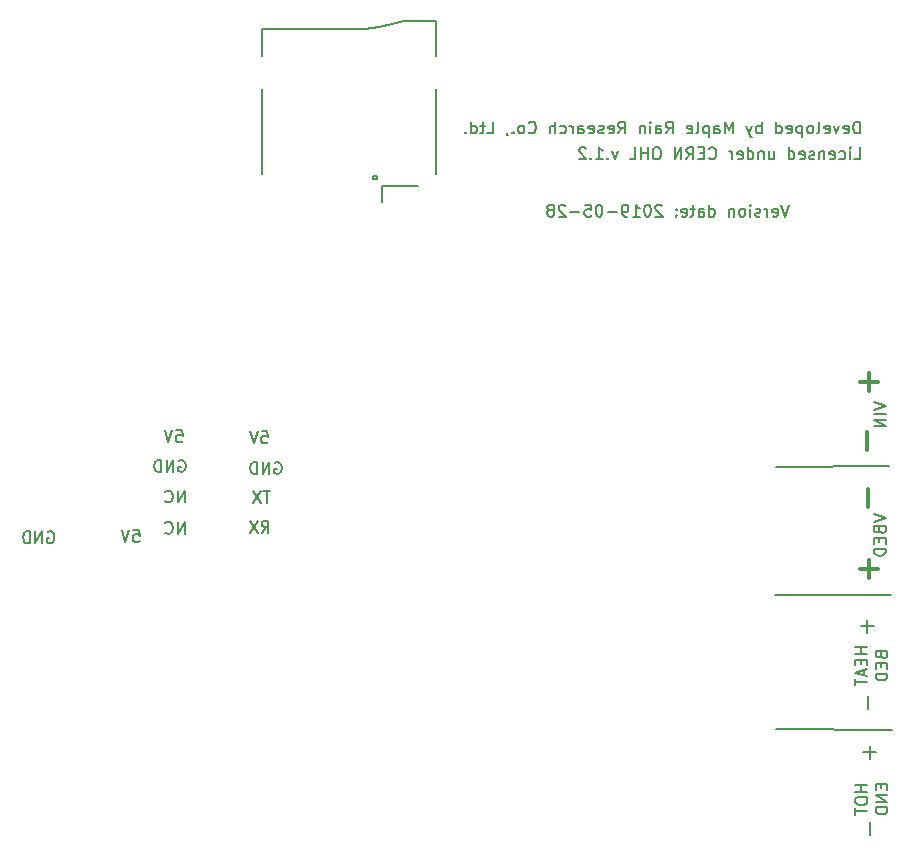
<source format=gbo>
G04 #@! TF.GenerationSoftware,KiCad,Pcbnew,5.0.2-bee76a0~70~ubuntu18.04.1*
G04 #@! TF.CreationDate,2019-05-30T11:23:20+09:00*
G04 #@! TF.ProjectId,MRR_ESPE,4d52525f-4553-4504-952e-6b696361645f,v0.1*
G04 #@! TF.SameCoordinates,Original*
G04 #@! TF.FileFunction,Legend,Bot*
G04 #@! TF.FilePolarity,Positive*
%FSLAX46Y46*%
G04 Gerber Fmt 4.6, Leading zero omitted, Abs format (unit mm)*
G04 Created by KiCad (PCBNEW 5.0.2-bee76a0~70~ubuntu18.04.1) date Thu 30 May 2019 11:23:20 AM JST*
%MOMM*%
%LPD*%
G01*
G04 APERTURE LIST*
%ADD10C,0.200000*%
%ADD11C,0.300000*%
%ADD12C,0.150000*%
G04 APERTURE END LIST*
D10*
X72661904Y-80450000D02*
X72757142Y-80402380D01*
X72900000Y-80402380D01*
X73042857Y-80450000D01*
X73138095Y-80545238D01*
X73185714Y-80640476D01*
X73233333Y-80830952D01*
X73233333Y-80973809D01*
X73185714Y-81164285D01*
X73138095Y-81259523D01*
X73042857Y-81354761D01*
X72900000Y-81402380D01*
X72804761Y-81402380D01*
X72661904Y-81354761D01*
X72614285Y-81307142D01*
X72614285Y-80973809D01*
X72804761Y-80973809D01*
X72185714Y-81402380D02*
X72185714Y-80402380D01*
X71614285Y-81402380D01*
X71614285Y-80402380D01*
X71138095Y-81402380D02*
X71138095Y-80402380D01*
X70900000Y-80402380D01*
X70757142Y-80450000D01*
X70661904Y-80545238D01*
X70614285Y-80640476D01*
X70566666Y-80830952D01*
X70566666Y-80973809D01*
X70614285Y-81164285D01*
X70661904Y-81259523D01*
X70757142Y-81354761D01*
X70900000Y-81402380D01*
X71138095Y-81402380D01*
X79910476Y-80272380D02*
X80386666Y-80272380D01*
X80434285Y-80748571D01*
X80386666Y-80700952D01*
X80291428Y-80653333D01*
X80053333Y-80653333D01*
X79958095Y-80700952D01*
X79910476Y-80748571D01*
X79862857Y-80843809D01*
X79862857Y-81081904D01*
X79910476Y-81177142D01*
X79958095Y-81224761D01*
X80053333Y-81272380D01*
X80291428Y-81272380D01*
X80386666Y-81224761D01*
X80434285Y-81177142D01*
X79577142Y-80272380D02*
X79243809Y-81272380D01*
X78910476Y-80272380D01*
X144150000Y-97200000D02*
X134300000Y-97150000D01*
X144050000Y-85750000D02*
X134200000Y-85750000D01*
X143900000Y-74900000D02*
X134350000Y-74950000D01*
X142052380Y-101859523D02*
X141052380Y-101859523D01*
X141528571Y-101859523D02*
X141528571Y-102430952D01*
X142052380Y-102430952D02*
X141052380Y-102430952D01*
X141052380Y-103097619D02*
X141052380Y-103288095D01*
X141100000Y-103383333D01*
X141195238Y-103478571D01*
X141385714Y-103526190D01*
X141719047Y-103526190D01*
X141909523Y-103478571D01*
X142004761Y-103383333D01*
X142052380Y-103288095D01*
X142052380Y-103097619D01*
X142004761Y-103002380D01*
X141909523Y-102907142D01*
X141719047Y-102859523D01*
X141385714Y-102859523D01*
X141195238Y-102907142D01*
X141100000Y-103002380D01*
X141052380Y-103097619D01*
X141052380Y-103811904D02*
X141052380Y-104383333D01*
X142052380Y-104097619D02*
X141052380Y-104097619D01*
X143228571Y-101811904D02*
X143228571Y-102145238D01*
X143752380Y-102288095D02*
X143752380Y-101811904D01*
X142752380Y-101811904D01*
X142752380Y-102288095D01*
X143752380Y-102716666D02*
X142752380Y-102716666D01*
X143752380Y-103288095D01*
X142752380Y-103288095D01*
X143752380Y-103764285D02*
X142752380Y-103764285D01*
X142752380Y-104002380D01*
X142800000Y-104145238D01*
X142895238Y-104240476D01*
X142990476Y-104288095D01*
X143180952Y-104335714D01*
X143323809Y-104335714D01*
X143514285Y-104288095D01*
X143609523Y-104240476D01*
X143704761Y-104145238D01*
X143752380Y-104002380D01*
X143752380Y-103764285D01*
X142052380Y-90202380D02*
X141052380Y-90202380D01*
X141528571Y-90202380D02*
X141528571Y-90773809D01*
X142052380Y-90773809D02*
X141052380Y-90773809D01*
X141528571Y-91250000D02*
X141528571Y-91583333D01*
X142052380Y-91726190D02*
X142052380Y-91250000D01*
X141052380Y-91250000D01*
X141052380Y-91726190D01*
X141766666Y-92107142D02*
X141766666Y-92583333D01*
X142052380Y-92011904D02*
X141052380Y-92345238D01*
X142052380Y-92678571D01*
X141052380Y-92869047D02*
X141052380Y-93440476D01*
X142052380Y-93154761D02*
X141052380Y-93154761D01*
X143228571Y-90869047D02*
X143276190Y-91011904D01*
X143323809Y-91059523D01*
X143419047Y-91107142D01*
X143561904Y-91107142D01*
X143657142Y-91059523D01*
X143704761Y-91011904D01*
X143752380Y-90916666D01*
X143752380Y-90535714D01*
X142752380Y-90535714D01*
X142752380Y-90869047D01*
X142800000Y-90964285D01*
X142847619Y-91011904D01*
X142942857Y-91059523D01*
X143038095Y-91059523D01*
X143133333Y-91011904D01*
X143180952Y-90964285D01*
X143228571Y-90869047D01*
X143228571Y-90535714D01*
X143228571Y-91535714D02*
X143228571Y-91869047D01*
X143752380Y-92011904D02*
X143752380Y-91535714D01*
X142752380Y-91535714D01*
X142752380Y-92011904D01*
X143752380Y-92440476D02*
X142752380Y-92440476D01*
X142752380Y-92678571D01*
X142800000Y-92821428D01*
X142895238Y-92916666D01*
X142990476Y-92964285D01*
X143180952Y-93011904D01*
X143323809Y-93011904D01*
X143514285Y-92964285D01*
X143609523Y-92916666D01*
X143704761Y-92821428D01*
X143752380Y-92678571D01*
X143752380Y-92440476D01*
X142602380Y-78964285D02*
X143602380Y-79297619D01*
X142602380Y-79630952D01*
X143078571Y-80297619D02*
X143126190Y-80440476D01*
X143173809Y-80488095D01*
X143269047Y-80535714D01*
X143411904Y-80535714D01*
X143507142Y-80488095D01*
X143554761Y-80440476D01*
X143602380Y-80345238D01*
X143602380Y-79964285D01*
X142602380Y-79964285D01*
X142602380Y-80297619D01*
X142650000Y-80392857D01*
X142697619Y-80440476D01*
X142792857Y-80488095D01*
X142888095Y-80488095D01*
X142983333Y-80440476D01*
X143030952Y-80392857D01*
X143078571Y-80297619D01*
X143078571Y-79964285D01*
X143078571Y-80964285D02*
X143078571Y-81297619D01*
X143602380Y-81440476D02*
X143602380Y-80964285D01*
X142602380Y-80964285D01*
X142602380Y-81440476D01*
X143602380Y-81869047D02*
X142602380Y-81869047D01*
X142602380Y-82107142D01*
X142650000Y-82250000D01*
X142745238Y-82345238D01*
X142840476Y-82392857D01*
X143030952Y-82440476D01*
X143173809Y-82440476D01*
X143364285Y-82392857D01*
X143459523Y-82345238D01*
X143554761Y-82250000D01*
X143602380Y-82107142D01*
X143602380Y-81869047D01*
X142602380Y-69454761D02*
X143602380Y-69788095D01*
X142602380Y-70121428D01*
X143602380Y-70454761D02*
X142602380Y-70454761D01*
X143602380Y-70930952D02*
X142602380Y-70930952D01*
X143602380Y-71502380D01*
X142602380Y-71502380D01*
X142317142Y-106136428D02*
X142317142Y-104993571D01*
X142242142Y-99686428D02*
X142242142Y-98543571D01*
X142813571Y-99115000D02*
X141670714Y-99115000D01*
X142057142Y-89006428D02*
X142057142Y-87863571D01*
X142628571Y-88435000D02*
X141485714Y-88435000D01*
X142132142Y-95456428D02*
X142132142Y-94313571D01*
D11*
X141398095Y-67722857D02*
X142921904Y-67722857D01*
X142160000Y-68484761D02*
X142160000Y-66960952D01*
X142052857Y-73541904D02*
X142052857Y-72018095D01*
X141438095Y-83612857D02*
X142961904Y-83612857D01*
X142200000Y-84374761D02*
X142200000Y-82850952D01*
X142082857Y-78331904D02*
X142082857Y-76808095D01*
D10*
X135437714Y-52746380D02*
X135104380Y-53746380D01*
X134771047Y-52746380D01*
X134056761Y-53698761D02*
X134152000Y-53746380D01*
X134342476Y-53746380D01*
X134437714Y-53698761D01*
X134485333Y-53603523D01*
X134485333Y-53222571D01*
X134437714Y-53127333D01*
X134342476Y-53079714D01*
X134152000Y-53079714D01*
X134056761Y-53127333D01*
X134009142Y-53222571D01*
X134009142Y-53317809D01*
X134485333Y-53413047D01*
X133580571Y-53746380D02*
X133580571Y-53079714D01*
X133580571Y-53270190D02*
X133532952Y-53174952D01*
X133485333Y-53127333D01*
X133390095Y-53079714D01*
X133294857Y-53079714D01*
X133009142Y-53698761D02*
X132913904Y-53746380D01*
X132723428Y-53746380D01*
X132628190Y-53698761D01*
X132580571Y-53603523D01*
X132580571Y-53555904D01*
X132628190Y-53460666D01*
X132723428Y-53413047D01*
X132866285Y-53413047D01*
X132961523Y-53365428D01*
X133009142Y-53270190D01*
X133009142Y-53222571D01*
X132961523Y-53127333D01*
X132866285Y-53079714D01*
X132723428Y-53079714D01*
X132628190Y-53127333D01*
X132151999Y-53746380D02*
X132151999Y-53079714D01*
X132151999Y-52746380D02*
X132199619Y-52794000D01*
X132151999Y-52841619D01*
X132104380Y-52794000D01*
X132151999Y-52746380D01*
X132151999Y-52841619D01*
X131532952Y-53746380D02*
X131628190Y-53698761D01*
X131675809Y-53651142D01*
X131723428Y-53555904D01*
X131723428Y-53270190D01*
X131675809Y-53174952D01*
X131628190Y-53127333D01*
X131532952Y-53079714D01*
X131390095Y-53079714D01*
X131294857Y-53127333D01*
X131247238Y-53174952D01*
X131199619Y-53270190D01*
X131199619Y-53555904D01*
X131247238Y-53651142D01*
X131294857Y-53698761D01*
X131390095Y-53746380D01*
X131532952Y-53746380D01*
X130771047Y-53079714D02*
X130771047Y-53746380D01*
X130771047Y-53174952D02*
X130723428Y-53127333D01*
X130628190Y-53079714D01*
X130485333Y-53079714D01*
X130390095Y-53127333D01*
X130342476Y-53222571D01*
X130342476Y-53746380D01*
X128675809Y-53746380D02*
X128675809Y-52746380D01*
X128675809Y-53698761D02*
X128771047Y-53746380D01*
X128961523Y-53746380D01*
X129056761Y-53698761D01*
X129104380Y-53651142D01*
X129151999Y-53555904D01*
X129151999Y-53270190D01*
X129104380Y-53174952D01*
X129056761Y-53127333D01*
X128961523Y-53079714D01*
X128771047Y-53079714D01*
X128675809Y-53127333D01*
X127771047Y-53746380D02*
X127771047Y-53222571D01*
X127818666Y-53127333D01*
X127913904Y-53079714D01*
X128104380Y-53079714D01*
X128199619Y-53127333D01*
X127771047Y-53698761D02*
X127866285Y-53746380D01*
X128104380Y-53746380D01*
X128199619Y-53698761D01*
X128247238Y-53603523D01*
X128247238Y-53508285D01*
X128199619Y-53413047D01*
X128104380Y-53365428D01*
X127866285Y-53365428D01*
X127771047Y-53317809D01*
X127437714Y-53079714D02*
X127056761Y-53079714D01*
X127294857Y-52746380D02*
X127294857Y-53603523D01*
X127247238Y-53698761D01*
X127151999Y-53746380D01*
X127056761Y-53746380D01*
X126342476Y-53698761D02*
X126437714Y-53746380D01*
X126628190Y-53746380D01*
X126723428Y-53698761D01*
X126771047Y-53603523D01*
X126771047Y-53222571D01*
X126723428Y-53127333D01*
X126628190Y-53079714D01*
X126437714Y-53079714D01*
X126342476Y-53127333D01*
X126294857Y-53222571D01*
X126294857Y-53317809D01*
X126771047Y-53413047D01*
X125866285Y-53651142D02*
X125818666Y-53698761D01*
X125866285Y-53746380D01*
X125913904Y-53698761D01*
X125866285Y-53651142D01*
X125866285Y-53746380D01*
X125866285Y-53127333D02*
X125818666Y-53174952D01*
X125866285Y-53222571D01*
X125913904Y-53174952D01*
X125866285Y-53127333D01*
X125866285Y-53222571D01*
X124675809Y-52841619D02*
X124628190Y-52794000D01*
X124532952Y-52746380D01*
X124294857Y-52746380D01*
X124199619Y-52794000D01*
X124151999Y-52841619D01*
X124104380Y-52936857D01*
X124104380Y-53032095D01*
X124151999Y-53174952D01*
X124723428Y-53746380D01*
X124104380Y-53746380D01*
X123485333Y-52746380D02*
X123390095Y-52746380D01*
X123294857Y-52794000D01*
X123247238Y-52841619D01*
X123199619Y-52936857D01*
X123151999Y-53127333D01*
X123151999Y-53365428D01*
X123199619Y-53555904D01*
X123247238Y-53651142D01*
X123294857Y-53698761D01*
X123390095Y-53746380D01*
X123485333Y-53746380D01*
X123580571Y-53698761D01*
X123628190Y-53651142D01*
X123675809Y-53555904D01*
X123723428Y-53365428D01*
X123723428Y-53127333D01*
X123675809Y-52936857D01*
X123628190Y-52841619D01*
X123580571Y-52794000D01*
X123485333Y-52746380D01*
X122199619Y-53746380D02*
X122771047Y-53746380D01*
X122485333Y-53746380D02*
X122485333Y-52746380D01*
X122580571Y-52889238D01*
X122675809Y-52984476D01*
X122771047Y-53032095D01*
X121723428Y-53746380D02*
X121532952Y-53746380D01*
X121437714Y-53698761D01*
X121390095Y-53651142D01*
X121294857Y-53508285D01*
X121247238Y-53317809D01*
X121247238Y-52936857D01*
X121294857Y-52841619D01*
X121342476Y-52794000D01*
X121437714Y-52746380D01*
X121628190Y-52746380D01*
X121723428Y-52794000D01*
X121771047Y-52841619D01*
X121818666Y-52936857D01*
X121818666Y-53174952D01*
X121771047Y-53270190D01*
X121723428Y-53317809D01*
X121628190Y-53365428D01*
X121437714Y-53365428D01*
X121342476Y-53317809D01*
X121294857Y-53270190D01*
X121247238Y-53174952D01*
X120818666Y-53365428D02*
X120056761Y-53365428D01*
X119390095Y-52746380D02*
X119294857Y-52746380D01*
X119199619Y-52794000D01*
X119151999Y-52841619D01*
X119104380Y-52936857D01*
X119056761Y-53127333D01*
X119056761Y-53365428D01*
X119104380Y-53555904D01*
X119151999Y-53651142D01*
X119199619Y-53698761D01*
X119294857Y-53746380D01*
X119390095Y-53746380D01*
X119485333Y-53698761D01*
X119532952Y-53651142D01*
X119580571Y-53555904D01*
X119628190Y-53365428D01*
X119628190Y-53127333D01*
X119580571Y-52936857D01*
X119532952Y-52841619D01*
X119485333Y-52794000D01*
X119390095Y-52746380D01*
X118151999Y-52746380D02*
X118628190Y-52746380D01*
X118675809Y-53222571D01*
X118628190Y-53174952D01*
X118532952Y-53127333D01*
X118294857Y-53127333D01*
X118199619Y-53174952D01*
X118151999Y-53222571D01*
X118104380Y-53317809D01*
X118104380Y-53555904D01*
X118151999Y-53651142D01*
X118199619Y-53698761D01*
X118294857Y-53746380D01*
X118532952Y-53746380D01*
X118628190Y-53698761D01*
X118675809Y-53651142D01*
X117675809Y-53365428D02*
X116913904Y-53365428D01*
X116485333Y-52841619D02*
X116437714Y-52794000D01*
X116342476Y-52746380D01*
X116104380Y-52746380D01*
X116009142Y-52794000D01*
X115961523Y-52841619D01*
X115913904Y-52936857D01*
X115913904Y-53032095D01*
X115961523Y-53174952D01*
X116532952Y-53746380D01*
X115913904Y-53746380D01*
X115342476Y-53174952D02*
X115437714Y-53127333D01*
X115485333Y-53079714D01*
X115532952Y-52984476D01*
X115532952Y-52936857D01*
X115485333Y-52841619D01*
X115437714Y-52794000D01*
X115342476Y-52746380D01*
X115151999Y-52746380D01*
X115056761Y-52794000D01*
X115009142Y-52841619D01*
X114961523Y-52936857D01*
X114961523Y-52984476D01*
X115009142Y-53079714D01*
X115056761Y-53127333D01*
X115151999Y-53174952D01*
X115342476Y-53174952D01*
X115437714Y-53222571D01*
X115485333Y-53270190D01*
X115532952Y-53365428D01*
X115532952Y-53555904D01*
X115485333Y-53651142D01*
X115437714Y-53698761D01*
X115342476Y-53746380D01*
X115151999Y-53746380D01*
X115056761Y-53698761D01*
X115009142Y-53651142D01*
X114961523Y-53555904D01*
X114961523Y-53365428D01*
X115009142Y-53270190D01*
X115056761Y-53222571D01*
X115151999Y-53174952D01*
X141432476Y-46706380D02*
X141432476Y-45706380D01*
X141194380Y-45706380D01*
X141051523Y-45754000D01*
X140956285Y-45849238D01*
X140908666Y-45944476D01*
X140861047Y-46134952D01*
X140861047Y-46277809D01*
X140908666Y-46468285D01*
X140956285Y-46563523D01*
X141051523Y-46658761D01*
X141194380Y-46706380D01*
X141432476Y-46706380D01*
X140051523Y-46658761D02*
X140146761Y-46706380D01*
X140337238Y-46706380D01*
X140432476Y-46658761D01*
X140480095Y-46563523D01*
X140480095Y-46182571D01*
X140432476Y-46087333D01*
X140337238Y-46039714D01*
X140146761Y-46039714D01*
X140051523Y-46087333D01*
X140003904Y-46182571D01*
X140003904Y-46277809D01*
X140480095Y-46373047D01*
X139670571Y-46039714D02*
X139432476Y-46706380D01*
X139194380Y-46039714D01*
X138432476Y-46658761D02*
X138527714Y-46706380D01*
X138718190Y-46706380D01*
X138813428Y-46658761D01*
X138861047Y-46563523D01*
X138861047Y-46182571D01*
X138813428Y-46087333D01*
X138718190Y-46039714D01*
X138527714Y-46039714D01*
X138432476Y-46087333D01*
X138384857Y-46182571D01*
X138384857Y-46277809D01*
X138861047Y-46373047D01*
X137813428Y-46706380D02*
X137908666Y-46658761D01*
X137956285Y-46563523D01*
X137956285Y-45706380D01*
X137289619Y-46706380D02*
X137384857Y-46658761D01*
X137432476Y-46611142D01*
X137480095Y-46515904D01*
X137480095Y-46230190D01*
X137432476Y-46134952D01*
X137384857Y-46087333D01*
X137289619Y-46039714D01*
X137146761Y-46039714D01*
X137051523Y-46087333D01*
X137003904Y-46134952D01*
X136956285Y-46230190D01*
X136956285Y-46515904D01*
X137003904Y-46611142D01*
X137051523Y-46658761D01*
X137146761Y-46706380D01*
X137289619Y-46706380D01*
X136527714Y-46039714D02*
X136527714Y-47039714D01*
X136527714Y-46087333D02*
X136432476Y-46039714D01*
X136242000Y-46039714D01*
X136146761Y-46087333D01*
X136099142Y-46134952D01*
X136051523Y-46230190D01*
X136051523Y-46515904D01*
X136099142Y-46611142D01*
X136146761Y-46658761D01*
X136242000Y-46706380D01*
X136432476Y-46706380D01*
X136527714Y-46658761D01*
X135242000Y-46658761D02*
X135337238Y-46706380D01*
X135527714Y-46706380D01*
X135622952Y-46658761D01*
X135670571Y-46563523D01*
X135670571Y-46182571D01*
X135622952Y-46087333D01*
X135527714Y-46039714D01*
X135337238Y-46039714D01*
X135242000Y-46087333D01*
X135194380Y-46182571D01*
X135194380Y-46277809D01*
X135670571Y-46373047D01*
X134337238Y-46706380D02*
X134337238Y-45706380D01*
X134337238Y-46658761D02*
X134432476Y-46706380D01*
X134622952Y-46706380D01*
X134718190Y-46658761D01*
X134765809Y-46611142D01*
X134813428Y-46515904D01*
X134813428Y-46230190D01*
X134765809Y-46134952D01*
X134718190Y-46087333D01*
X134622952Y-46039714D01*
X134432476Y-46039714D01*
X134337238Y-46087333D01*
X133099142Y-46706380D02*
X133099142Y-45706380D01*
X133099142Y-46087333D02*
X133003904Y-46039714D01*
X132813428Y-46039714D01*
X132718190Y-46087333D01*
X132670571Y-46134952D01*
X132622952Y-46230190D01*
X132622952Y-46515904D01*
X132670571Y-46611142D01*
X132718190Y-46658761D01*
X132813428Y-46706380D01*
X133003904Y-46706380D01*
X133099142Y-46658761D01*
X132289619Y-46039714D02*
X132051523Y-46706380D01*
X131813428Y-46039714D02*
X132051523Y-46706380D01*
X132146761Y-46944476D01*
X132194380Y-46992095D01*
X132289619Y-47039714D01*
X130670571Y-46706380D02*
X130670571Y-45706380D01*
X130337238Y-46420666D01*
X130003904Y-45706380D01*
X130003904Y-46706380D01*
X129099142Y-46706380D02*
X129099142Y-46182571D01*
X129146761Y-46087333D01*
X129242000Y-46039714D01*
X129432476Y-46039714D01*
X129527714Y-46087333D01*
X129099142Y-46658761D02*
X129194380Y-46706380D01*
X129432476Y-46706380D01*
X129527714Y-46658761D01*
X129575333Y-46563523D01*
X129575333Y-46468285D01*
X129527714Y-46373047D01*
X129432476Y-46325428D01*
X129194380Y-46325428D01*
X129099142Y-46277809D01*
X128622952Y-46039714D02*
X128622952Y-47039714D01*
X128622952Y-46087333D02*
X128527714Y-46039714D01*
X128337238Y-46039714D01*
X128242000Y-46087333D01*
X128194380Y-46134952D01*
X128146761Y-46230190D01*
X128146761Y-46515904D01*
X128194380Y-46611142D01*
X128242000Y-46658761D01*
X128337238Y-46706380D01*
X128527714Y-46706380D01*
X128622952Y-46658761D01*
X127575333Y-46706380D02*
X127670571Y-46658761D01*
X127718190Y-46563523D01*
X127718190Y-45706380D01*
X126813428Y-46658761D02*
X126908666Y-46706380D01*
X127099142Y-46706380D01*
X127194380Y-46658761D01*
X127242000Y-46563523D01*
X127242000Y-46182571D01*
X127194380Y-46087333D01*
X127099142Y-46039714D01*
X126908666Y-46039714D01*
X126813428Y-46087333D01*
X126765809Y-46182571D01*
X126765809Y-46277809D01*
X127242000Y-46373047D01*
X125003904Y-46706380D02*
X125337238Y-46230190D01*
X125575333Y-46706380D02*
X125575333Y-45706380D01*
X125194380Y-45706380D01*
X125099142Y-45754000D01*
X125051523Y-45801619D01*
X125003904Y-45896857D01*
X125003904Y-46039714D01*
X125051523Y-46134952D01*
X125099142Y-46182571D01*
X125194380Y-46230190D01*
X125575333Y-46230190D01*
X124146761Y-46706380D02*
X124146761Y-46182571D01*
X124194380Y-46087333D01*
X124289619Y-46039714D01*
X124480095Y-46039714D01*
X124575333Y-46087333D01*
X124146761Y-46658761D02*
X124242000Y-46706380D01*
X124480095Y-46706380D01*
X124575333Y-46658761D01*
X124622952Y-46563523D01*
X124622952Y-46468285D01*
X124575333Y-46373047D01*
X124480095Y-46325428D01*
X124242000Y-46325428D01*
X124146761Y-46277809D01*
X123670571Y-46706380D02*
X123670571Y-46039714D01*
X123670571Y-45706380D02*
X123718190Y-45754000D01*
X123670571Y-45801619D01*
X123622952Y-45754000D01*
X123670571Y-45706380D01*
X123670571Y-45801619D01*
X123194380Y-46039714D02*
X123194380Y-46706380D01*
X123194380Y-46134952D02*
X123146761Y-46087333D01*
X123051523Y-46039714D01*
X122908666Y-46039714D01*
X122813428Y-46087333D01*
X122765809Y-46182571D01*
X122765809Y-46706380D01*
X120956285Y-46706380D02*
X121289619Y-46230190D01*
X121527714Y-46706380D02*
X121527714Y-45706380D01*
X121146761Y-45706380D01*
X121051523Y-45754000D01*
X121003904Y-45801619D01*
X120956285Y-45896857D01*
X120956285Y-46039714D01*
X121003904Y-46134952D01*
X121051523Y-46182571D01*
X121146761Y-46230190D01*
X121527714Y-46230190D01*
X120146761Y-46658761D02*
X120242000Y-46706380D01*
X120432476Y-46706380D01*
X120527714Y-46658761D01*
X120575333Y-46563523D01*
X120575333Y-46182571D01*
X120527714Y-46087333D01*
X120432476Y-46039714D01*
X120242000Y-46039714D01*
X120146761Y-46087333D01*
X120099142Y-46182571D01*
X120099142Y-46277809D01*
X120575333Y-46373047D01*
X119718190Y-46658761D02*
X119622952Y-46706380D01*
X119432476Y-46706380D01*
X119337238Y-46658761D01*
X119289619Y-46563523D01*
X119289619Y-46515904D01*
X119337238Y-46420666D01*
X119432476Y-46373047D01*
X119575333Y-46373047D01*
X119670571Y-46325428D01*
X119718190Y-46230190D01*
X119718190Y-46182571D01*
X119670571Y-46087333D01*
X119575333Y-46039714D01*
X119432476Y-46039714D01*
X119337238Y-46087333D01*
X118480095Y-46658761D02*
X118575333Y-46706380D01*
X118765809Y-46706380D01*
X118861047Y-46658761D01*
X118908666Y-46563523D01*
X118908666Y-46182571D01*
X118861047Y-46087333D01*
X118765809Y-46039714D01*
X118575333Y-46039714D01*
X118480095Y-46087333D01*
X118432476Y-46182571D01*
X118432476Y-46277809D01*
X118908666Y-46373047D01*
X117575333Y-46706380D02*
X117575333Y-46182571D01*
X117622952Y-46087333D01*
X117718190Y-46039714D01*
X117908666Y-46039714D01*
X118003904Y-46087333D01*
X117575333Y-46658761D02*
X117670571Y-46706380D01*
X117908666Y-46706380D01*
X118003904Y-46658761D01*
X118051523Y-46563523D01*
X118051523Y-46468285D01*
X118003904Y-46373047D01*
X117908666Y-46325428D01*
X117670571Y-46325428D01*
X117575333Y-46277809D01*
X117099142Y-46706380D02*
X117099142Y-46039714D01*
X117099142Y-46230190D02*
X117051523Y-46134952D01*
X117003904Y-46087333D01*
X116908666Y-46039714D01*
X116813428Y-46039714D01*
X116051523Y-46658761D02*
X116146761Y-46706380D01*
X116337238Y-46706380D01*
X116432476Y-46658761D01*
X116480095Y-46611142D01*
X116527714Y-46515904D01*
X116527714Y-46230190D01*
X116480095Y-46134952D01*
X116432476Y-46087333D01*
X116337238Y-46039714D01*
X116146761Y-46039714D01*
X116051523Y-46087333D01*
X115622952Y-46706380D02*
X115622952Y-45706380D01*
X115194380Y-46706380D02*
X115194380Y-46182571D01*
X115242000Y-46087333D01*
X115337238Y-46039714D01*
X115480095Y-46039714D01*
X115575333Y-46087333D01*
X115622952Y-46134952D01*
X113384857Y-46611142D02*
X113432476Y-46658761D01*
X113575333Y-46706380D01*
X113670571Y-46706380D01*
X113813428Y-46658761D01*
X113908666Y-46563523D01*
X113956285Y-46468285D01*
X114003904Y-46277809D01*
X114003904Y-46134952D01*
X113956285Y-45944476D01*
X113908666Y-45849238D01*
X113813428Y-45754000D01*
X113670571Y-45706380D01*
X113575333Y-45706380D01*
X113432476Y-45754000D01*
X113384857Y-45801619D01*
X112813428Y-46706380D02*
X112908666Y-46658761D01*
X112956285Y-46611142D01*
X113003904Y-46515904D01*
X113003904Y-46230190D01*
X112956285Y-46134952D01*
X112908666Y-46087333D01*
X112813428Y-46039714D01*
X112670571Y-46039714D01*
X112575333Y-46087333D01*
X112527714Y-46134952D01*
X112480095Y-46230190D01*
X112480095Y-46515904D01*
X112527714Y-46611142D01*
X112575333Y-46658761D01*
X112670571Y-46706380D01*
X112813428Y-46706380D01*
X112051523Y-46611142D02*
X112003904Y-46658761D01*
X112051523Y-46706380D01*
X112099142Y-46658761D01*
X112051523Y-46611142D01*
X112051523Y-46706380D01*
X111527714Y-46658761D02*
X111527714Y-46706380D01*
X111575333Y-46801619D01*
X111622952Y-46849238D01*
X109861047Y-46706380D02*
X110337238Y-46706380D01*
X110337238Y-45706380D01*
X109670571Y-46039714D02*
X109289619Y-46039714D01*
X109527714Y-45706380D02*
X109527714Y-46563523D01*
X109480095Y-46658761D01*
X109384857Y-46706380D01*
X109289619Y-46706380D01*
X108527714Y-46706380D02*
X108527714Y-45706380D01*
X108527714Y-46658761D02*
X108622952Y-46706380D01*
X108813428Y-46706380D01*
X108908666Y-46658761D01*
X108956285Y-46611142D01*
X109003904Y-46515904D01*
X109003904Y-46230190D01*
X108956285Y-46134952D01*
X108908666Y-46087333D01*
X108813428Y-46039714D01*
X108622952Y-46039714D01*
X108527714Y-46087333D01*
X108051523Y-46611142D02*
X108003904Y-46658761D01*
X108051523Y-46706380D01*
X108099142Y-46658761D01*
X108051523Y-46611142D01*
X108051523Y-46706380D01*
X140932952Y-48886380D02*
X141409142Y-48886380D01*
X141409142Y-47886380D01*
X140599619Y-48886380D02*
X140599619Y-48219714D01*
X140599619Y-47886380D02*
X140647238Y-47934000D01*
X140599619Y-47981619D01*
X140552000Y-47934000D01*
X140599619Y-47886380D01*
X140599619Y-47981619D01*
X139694857Y-48838761D02*
X139790095Y-48886380D01*
X139980571Y-48886380D01*
X140075809Y-48838761D01*
X140123428Y-48791142D01*
X140171047Y-48695904D01*
X140171047Y-48410190D01*
X140123428Y-48314952D01*
X140075809Y-48267333D01*
X139980571Y-48219714D01*
X139790095Y-48219714D01*
X139694857Y-48267333D01*
X138885333Y-48838761D02*
X138980571Y-48886380D01*
X139171047Y-48886380D01*
X139266285Y-48838761D01*
X139313904Y-48743523D01*
X139313904Y-48362571D01*
X139266285Y-48267333D01*
X139171047Y-48219714D01*
X138980571Y-48219714D01*
X138885333Y-48267333D01*
X138837714Y-48362571D01*
X138837714Y-48457809D01*
X139313904Y-48553047D01*
X138409142Y-48219714D02*
X138409142Y-48886380D01*
X138409142Y-48314952D02*
X138361523Y-48267333D01*
X138266285Y-48219714D01*
X138123428Y-48219714D01*
X138028190Y-48267333D01*
X137980571Y-48362571D01*
X137980571Y-48886380D01*
X137552000Y-48838761D02*
X137456761Y-48886380D01*
X137266285Y-48886380D01*
X137171047Y-48838761D01*
X137123428Y-48743523D01*
X137123428Y-48695904D01*
X137171047Y-48600666D01*
X137266285Y-48553047D01*
X137409142Y-48553047D01*
X137504380Y-48505428D01*
X137552000Y-48410190D01*
X137552000Y-48362571D01*
X137504380Y-48267333D01*
X137409142Y-48219714D01*
X137266285Y-48219714D01*
X137171047Y-48267333D01*
X136313904Y-48838761D02*
X136409142Y-48886380D01*
X136599619Y-48886380D01*
X136694857Y-48838761D01*
X136742476Y-48743523D01*
X136742476Y-48362571D01*
X136694857Y-48267333D01*
X136599619Y-48219714D01*
X136409142Y-48219714D01*
X136313904Y-48267333D01*
X136266285Y-48362571D01*
X136266285Y-48457809D01*
X136742476Y-48553047D01*
X135409142Y-48886380D02*
X135409142Y-47886380D01*
X135409142Y-48838761D02*
X135504380Y-48886380D01*
X135694857Y-48886380D01*
X135790095Y-48838761D01*
X135837714Y-48791142D01*
X135885333Y-48695904D01*
X135885333Y-48410190D01*
X135837714Y-48314952D01*
X135790095Y-48267333D01*
X135694857Y-48219714D01*
X135504380Y-48219714D01*
X135409142Y-48267333D01*
X133742476Y-48219714D02*
X133742476Y-48886380D01*
X134171047Y-48219714D02*
X134171047Y-48743523D01*
X134123428Y-48838761D01*
X134028190Y-48886380D01*
X133885333Y-48886380D01*
X133790095Y-48838761D01*
X133742476Y-48791142D01*
X133266285Y-48219714D02*
X133266285Y-48886380D01*
X133266285Y-48314952D02*
X133218666Y-48267333D01*
X133123428Y-48219714D01*
X132980571Y-48219714D01*
X132885333Y-48267333D01*
X132837714Y-48362571D01*
X132837714Y-48886380D01*
X131932952Y-48886380D02*
X131932952Y-47886380D01*
X131932952Y-48838761D02*
X132028190Y-48886380D01*
X132218666Y-48886380D01*
X132313904Y-48838761D01*
X132361523Y-48791142D01*
X132409142Y-48695904D01*
X132409142Y-48410190D01*
X132361523Y-48314952D01*
X132313904Y-48267333D01*
X132218666Y-48219714D01*
X132028190Y-48219714D01*
X131932952Y-48267333D01*
X131075809Y-48838761D02*
X131171047Y-48886380D01*
X131361523Y-48886380D01*
X131456761Y-48838761D01*
X131504380Y-48743523D01*
X131504380Y-48362571D01*
X131456761Y-48267333D01*
X131361523Y-48219714D01*
X131171047Y-48219714D01*
X131075809Y-48267333D01*
X131028190Y-48362571D01*
X131028190Y-48457809D01*
X131504380Y-48553047D01*
X130599619Y-48886380D02*
X130599619Y-48219714D01*
X130599619Y-48410190D02*
X130552000Y-48314952D01*
X130504380Y-48267333D01*
X130409142Y-48219714D01*
X130313904Y-48219714D01*
X128647238Y-48791142D02*
X128694857Y-48838761D01*
X128837714Y-48886380D01*
X128932952Y-48886380D01*
X129075809Y-48838761D01*
X129171047Y-48743523D01*
X129218666Y-48648285D01*
X129266285Y-48457809D01*
X129266285Y-48314952D01*
X129218666Y-48124476D01*
X129171047Y-48029238D01*
X129075809Y-47934000D01*
X128932952Y-47886380D01*
X128837714Y-47886380D01*
X128694857Y-47934000D01*
X128647238Y-47981619D01*
X128218666Y-48362571D02*
X127885333Y-48362571D01*
X127742476Y-48886380D02*
X128218666Y-48886380D01*
X128218666Y-47886380D01*
X127742476Y-47886380D01*
X126742476Y-48886380D02*
X127075809Y-48410190D01*
X127313904Y-48886380D02*
X127313904Y-47886380D01*
X126932952Y-47886380D01*
X126837714Y-47934000D01*
X126790095Y-47981619D01*
X126742476Y-48076857D01*
X126742476Y-48219714D01*
X126790095Y-48314952D01*
X126837714Y-48362571D01*
X126932952Y-48410190D01*
X127313904Y-48410190D01*
X126313904Y-48886380D02*
X126313904Y-47886380D01*
X125742476Y-48886380D01*
X125742476Y-47886380D01*
X124313904Y-47886380D02*
X124123428Y-47886380D01*
X124028190Y-47934000D01*
X123932952Y-48029238D01*
X123885333Y-48219714D01*
X123885333Y-48553047D01*
X123932952Y-48743523D01*
X124028190Y-48838761D01*
X124123428Y-48886380D01*
X124313904Y-48886380D01*
X124409142Y-48838761D01*
X124504380Y-48743523D01*
X124552000Y-48553047D01*
X124552000Y-48219714D01*
X124504380Y-48029238D01*
X124409142Y-47934000D01*
X124313904Y-47886380D01*
X123456761Y-48886380D02*
X123456761Y-47886380D01*
X123456761Y-48362571D02*
X122885333Y-48362571D01*
X122885333Y-48886380D02*
X122885333Y-47886380D01*
X121932952Y-48886380D02*
X122409142Y-48886380D01*
X122409142Y-47886380D01*
X120932952Y-48219714D02*
X120694857Y-48886380D01*
X120456761Y-48219714D01*
X120075809Y-48791142D02*
X120028190Y-48838761D01*
X120075809Y-48886380D01*
X120123428Y-48838761D01*
X120075809Y-48791142D01*
X120075809Y-48886380D01*
X119075809Y-48886380D02*
X119647238Y-48886380D01*
X119361523Y-48886380D02*
X119361523Y-47886380D01*
X119456761Y-48029238D01*
X119552000Y-48124476D01*
X119647238Y-48172095D01*
X118647238Y-48791142D02*
X118599619Y-48838761D01*
X118647238Y-48886380D01*
X118694857Y-48838761D01*
X118647238Y-48791142D01*
X118647238Y-48886380D01*
X118218666Y-47981619D02*
X118171047Y-47934000D01*
X118075809Y-47886380D01*
X117837714Y-47886380D01*
X117742476Y-47934000D01*
X117694857Y-47981619D01*
X117647238Y-48076857D01*
X117647238Y-48172095D01*
X117694857Y-48314952D01*
X118266285Y-48886380D01*
X117647238Y-48886380D01*
X90775666Y-80495380D02*
X91109000Y-80019190D01*
X91347095Y-80495380D02*
X91347095Y-79495380D01*
X90966142Y-79495380D01*
X90870904Y-79543000D01*
X90823285Y-79590619D01*
X90775666Y-79685857D01*
X90775666Y-79828714D01*
X90823285Y-79923952D01*
X90870904Y-79971571D01*
X90966142Y-80019190D01*
X91347095Y-80019190D01*
X90442333Y-79495380D02*
X89775666Y-80495380D01*
X89775666Y-79495380D02*
X90442333Y-80495380D01*
X91495904Y-76995380D02*
X90924476Y-76995380D01*
X91210190Y-77995380D02*
X91210190Y-76995380D01*
X90686380Y-76995380D02*
X90019714Y-77995380D01*
X90019714Y-76995380D02*
X90686380Y-77995380D01*
X84244714Y-80595380D02*
X84244714Y-79595380D01*
X83673285Y-80595380D01*
X83673285Y-79595380D01*
X82625666Y-80500142D02*
X82673285Y-80547761D01*
X82816142Y-80595380D01*
X82911380Y-80595380D01*
X83054238Y-80547761D01*
X83149476Y-80452523D01*
X83197095Y-80357285D01*
X83244714Y-80166809D01*
X83244714Y-80023952D01*
X83197095Y-79833476D01*
X83149476Y-79738238D01*
X83054238Y-79643000D01*
X82911380Y-79595380D01*
X82816142Y-79595380D01*
X82673285Y-79643000D01*
X82625666Y-79690619D01*
X84244714Y-77945380D02*
X84244714Y-76945380D01*
X83673285Y-77945380D01*
X83673285Y-76945380D01*
X82625666Y-77850142D02*
X82673285Y-77897761D01*
X82816142Y-77945380D01*
X82911380Y-77945380D01*
X83054238Y-77897761D01*
X83149476Y-77802523D01*
X83197095Y-77707285D01*
X83244714Y-77516809D01*
X83244714Y-77373952D01*
X83197095Y-77183476D01*
X83149476Y-77088238D01*
X83054238Y-76993000D01*
X82911380Y-76945380D01*
X82816142Y-76945380D01*
X82673285Y-76993000D01*
X82625666Y-77040619D01*
X83770904Y-74418000D02*
X83866142Y-74370380D01*
X84009000Y-74370380D01*
X84151857Y-74418000D01*
X84247095Y-74513238D01*
X84294714Y-74608476D01*
X84342333Y-74798952D01*
X84342333Y-74941809D01*
X84294714Y-75132285D01*
X84247095Y-75227523D01*
X84151857Y-75322761D01*
X84009000Y-75370380D01*
X83913761Y-75370380D01*
X83770904Y-75322761D01*
X83723285Y-75275142D01*
X83723285Y-74941809D01*
X83913761Y-74941809D01*
X83294714Y-75370380D02*
X83294714Y-74370380D01*
X82723285Y-75370380D01*
X82723285Y-74370380D01*
X82247095Y-75370380D02*
X82247095Y-74370380D01*
X82009000Y-74370380D01*
X81866142Y-74418000D01*
X81770904Y-74513238D01*
X81723285Y-74608476D01*
X81675666Y-74798952D01*
X81675666Y-74941809D01*
X81723285Y-75132285D01*
X81770904Y-75227523D01*
X81866142Y-75322761D01*
X82009000Y-75370380D01*
X82247095Y-75370380D01*
X91895904Y-74568000D02*
X91991142Y-74520380D01*
X92134000Y-74520380D01*
X92276857Y-74568000D01*
X92372095Y-74663238D01*
X92419714Y-74758476D01*
X92467333Y-74948952D01*
X92467333Y-75091809D01*
X92419714Y-75282285D01*
X92372095Y-75377523D01*
X92276857Y-75472761D01*
X92134000Y-75520380D01*
X92038761Y-75520380D01*
X91895904Y-75472761D01*
X91848285Y-75425142D01*
X91848285Y-75091809D01*
X92038761Y-75091809D01*
X91419714Y-75520380D02*
X91419714Y-74520380D01*
X90848285Y-75520380D01*
X90848285Y-74520380D01*
X90372095Y-75520380D02*
X90372095Y-74520380D01*
X90134000Y-74520380D01*
X89991142Y-74568000D01*
X89895904Y-74663238D01*
X89848285Y-74758476D01*
X89800666Y-74948952D01*
X89800666Y-75091809D01*
X89848285Y-75282285D01*
X89895904Y-75377523D01*
X89991142Y-75472761D01*
X90134000Y-75520380D01*
X90372095Y-75520380D01*
X90774476Y-71920380D02*
X91250666Y-71920380D01*
X91298285Y-72396571D01*
X91250666Y-72348952D01*
X91155428Y-72301333D01*
X90917333Y-72301333D01*
X90822095Y-72348952D01*
X90774476Y-72396571D01*
X90726857Y-72491809D01*
X90726857Y-72729904D01*
X90774476Y-72825142D01*
X90822095Y-72872761D01*
X90917333Y-72920380D01*
X91155428Y-72920380D01*
X91250666Y-72872761D01*
X91298285Y-72825142D01*
X90441142Y-71920380D02*
X90107809Y-72920380D01*
X89774476Y-71920380D01*
X83549476Y-71845380D02*
X84025666Y-71845380D01*
X84073285Y-72321571D01*
X84025666Y-72273952D01*
X83930428Y-72226333D01*
X83692333Y-72226333D01*
X83597095Y-72273952D01*
X83549476Y-72321571D01*
X83501857Y-72416809D01*
X83501857Y-72654904D01*
X83549476Y-72750142D01*
X83597095Y-72797761D01*
X83692333Y-72845380D01*
X83930428Y-72845380D01*
X84025666Y-72797761D01*
X84073285Y-72750142D01*
X83216142Y-71845380D02*
X82882809Y-72845380D01*
X82549476Y-71845380D01*
D12*
G04 #@! TO.C,J4*
X100975000Y-51175000D02*
X103975000Y-51175000D01*
X100525000Y-50275000D02*
X100525000Y-50575000D01*
X100225000Y-50275000D02*
X100525000Y-50275000D01*
X100225000Y-50575000D02*
X100225000Y-50275000D01*
X100525000Y-50575000D02*
X100225000Y-50575000D01*
X105525000Y-50175000D02*
X105525000Y-42975000D01*
X105525000Y-37175000D02*
X105525000Y-40175000D01*
X102825000Y-37175000D02*
X105525000Y-37175000D01*
X90825000Y-40175000D02*
X90825000Y-37875000D01*
X90825000Y-42975000D02*
X90825000Y-50175000D01*
X100975000Y-51175000D02*
X100975000Y-52475000D01*
X101775000Y-37475000D02*
X102825000Y-37175000D01*
X100675000Y-37675000D02*
X101775000Y-37475000D01*
X99525000Y-37825000D02*
X100675000Y-37675000D01*
X98175000Y-37875000D02*
X99525000Y-37825000D01*
X90825000Y-37875000D02*
X98175000Y-37875000D01*
G04 #@! TD*
M02*

</source>
